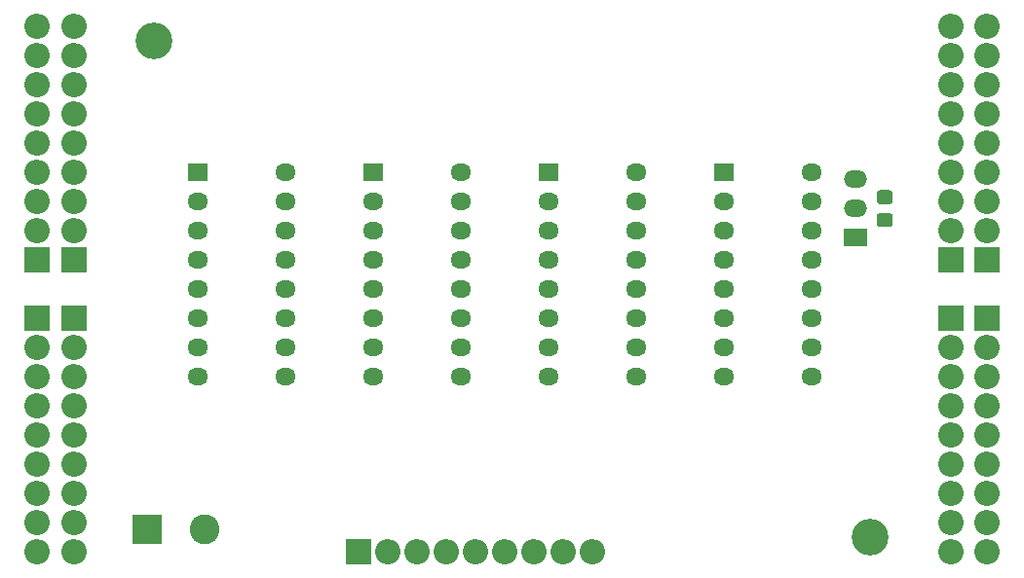
<source format=gbr>
%TF.GenerationSoftware,KiCad,Pcbnew,(5.1.8)-1*%
%TF.CreationDate,2022-10-09T15:02:05+03:00*%
%TF.ProjectId,MUX4x1,4d555834-7831-42e6-9b69-6361645f7063,rev?*%
%TF.SameCoordinates,Original*%
%TF.FileFunction,Soldermask,Bot*%
%TF.FilePolarity,Negative*%
%FSLAX46Y46*%
G04 Gerber Fmt 4.6, Leading zero omitted, Abs format (unit mm)*
G04 Created by KiCad (PCBNEW (5.1.8)-1) date 2022-10-09 15:02:05*
%MOMM*%
%LPD*%
G01*
G04 APERTURE LIST*
%ADD10O,2.200000X2.200000*%
%ADD11R,2.200000X2.200000*%
%ADD12O,1.800000X1.500000*%
%ADD13R,1.800000X1.500000*%
%ADD14O,2.000000X1.500000*%
%ADD15R,2.000000X1.500000*%
%ADD16C,3.200000*%
%ADD17R,2.600000X2.600000*%
%ADD18C,2.600000*%
G04 APERTURE END LIST*
D10*
%TO.C,J11*%
X156210000Y-60960000D03*
X156210000Y-63500000D03*
X156210000Y-66040000D03*
X156210000Y-68580000D03*
X156210000Y-71120000D03*
X156210000Y-73660000D03*
X156210000Y-76200000D03*
X156210000Y-78740000D03*
D11*
X156210000Y-81280000D03*
%TD*%
D10*
%TO.C,J10*%
X73660000Y-60960000D03*
X73660000Y-63500000D03*
X73660000Y-66040000D03*
X73660000Y-68580000D03*
X73660000Y-71120000D03*
X73660000Y-73660000D03*
X73660000Y-76200000D03*
X73660000Y-78740000D03*
D11*
X73660000Y-81280000D03*
%TD*%
D10*
%TO.C,J9*%
X156210000Y-106680000D03*
X156210000Y-104140000D03*
X156210000Y-101600000D03*
X156210000Y-99060000D03*
X156210000Y-96520000D03*
X156210000Y-93980000D03*
X156210000Y-91440000D03*
X156210000Y-88900000D03*
D11*
X156210000Y-86360000D03*
%TD*%
D10*
%TO.C,J8*%
X73660000Y-106680000D03*
X73660000Y-104140000D03*
X73660000Y-101600000D03*
X73660000Y-99060000D03*
X73660000Y-96520000D03*
X73660000Y-93980000D03*
X73660000Y-91440000D03*
X73660000Y-88900000D03*
D11*
X73660000Y-86360000D03*
%TD*%
D12*
%TO.C,U2*%
X110490000Y-73660000D03*
X102870000Y-91440000D03*
X110490000Y-76200000D03*
X102870000Y-88900000D03*
X110490000Y-78740000D03*
X102870000Y-86360000D03*
X110490000Y-81280000D03*
X102870000Y-83820000D03*
X110490000Y-83820000D03*
X102870000Y-81280000D03*
X110490000Y-86360000D03*
X102870000Y-78740000D03*
X110490000Y-88900000D03*
X102870000Y-76200000D03*
X110490000Y-91440000D03*
D13*
X102870000Y-73660000D03*
%TD*%
%TO.C,R1*%
G36*
G01*
X146869999Y-77235000D02*
X147770001Y-77235000D01*
G75*
G02*
X148020000Y-77484999I0J-249999D01*
G01*
X148020000Y-78185001D01*
G75*
G02*
X147770001Y-78435000I-249999J0D01*
G01*
X146869999Y-78435000D01*
G75*
G02*
X146620000Y-78185001I0J249999D01*
G01*
X146620000Y-77484999D01*
G75*
G02*
X146869999Y-77235000I249999J0D01*
G01*
G37*
G36*
G01*
X146869999Y-75235000D02*
X147770001Y-75235000D01*
G75*
G02*
X148020000Y-75484999I0J-249999D01*
G01*
X148020000Y-76185001D01*
G75*
G02*
X147770001Y-76435000I-249999J0D01*
G01*
X146869999Y-76435000D01*
G75*
G02*
X146620000Y-76185001I0J249999D01*
G01*
X146620000Y-75484999D01*
G75*
G02*
X146869999Y-75235000I249999J0D01*
G01*
G37*
%TD*%
D14*
%TO.C,J7*%
X144780000Y-74295000D03*
X144780000Y-76835000D03*
D15*
X144780000Y-79375000D03*
%TD*%
D16*
%TO.C,H1*%
X83820000Y-62230000D03*
%TD*%
%TO.C,H2*%
X146050000Y-105410000D03*
%TD*%
D17*
%TO.C,J1*%
X83185000Y-104775000D03*
D18*
X88185000Y-104775000D03*
%TD*%
D11*
%TO.C,J2*%
X76835000Y-86360000D03*
D10*
X76835000Y-88900000D03*
X76835000Y-91440000D03*
X76835000Y-93980000D03*
X76835000Y-96520000D03*
X76835000Y-99060000D03*
X76835000Y-101600000D03*
X76835000Y-104140000D03*
X76835000Y-106680000D03*
%TD*%
%TO.C,J3*%
X153035000Y-106680000D03*
X153035000Y-104140000D03*
X153035000Y-101600000D03*
X153035000Y-99060000D03*
X153035000Y-96520000D03*
X153035000Y-93980000D03*
X153035000Y-91440000D03*
X153035000Y-88900000D03*
D11*
X153035000Y-86360000D03*
%TD*%
%TO.C,J4*%
X76835000Y-81280000D03*
D10*
X76835000Y-78740000D03*
X76835000Y-76200000D03*
X76835000Y-73660000D03*
X76835000Y-71120000D03*
X76835000Y-68580000D03*
X76835000Y-66040000D03*
X76835000Y-63500000D03*
X76835000Y-60960000D03*
%TD*%
%TO.C,J5*%
X153035000Y-60960000D03*
X153035000Y-63500000D03*
X153035000Y-66040000D03*
X153035000Y-68580000D03*
X153035000Y-71120000D03*
X153035000Y-73660000D03*
X153035000Y-76200000D03*
X153035000Y-78740000D03*
D11*
X153035000Y-81280000D03*
%TD*%
%TO.C,J6*%
X101600000Y-106680000D03*
D10*
X104140000Y-106680000D03*
X106680000Y-106680000D03*
X109220000Y-106680000D03*
X111760000Y-106680000D03*
X114300000Y-106680000D03*
X116840000Y-106680000D03*
X119380000Y-106680000D03*
X121920000Y-106680000D03*
%TD*%
D13*
%TO.C,U1*%
X87630000Y-73660000D03*
D12*
X95250000Y-91440000D03*
X87630000Y-76200000D03*
X95250000Y-88900000D03*
X87630000Y-78740000D03*
X95250000Y-86360000D03*
X87630000Y-81280000D03*
X95250000Y-83820000D03*
X87630000Y-83820000D03*
X95250000Y-81280000D03*
X87630000Y-86360000D03*
X95250000Y-78740000D03*
X87630000Y-88900000D03*
X95250000Y-76200000D03*
X87630000Y-91440000D03*
X95250000Y-73660000D03*
%TD*%
D13*
%TO.C,U3*%
X118110000Y-73660000D03*
D12*
X125730000Y-91440000D03*
X118110000Y-76200000D03*
X125730000Y-88900000D03*
X118110000Y-78740000D03*
X125730000Y-86360000D03*
X118110000Y-81280000D03*
X125730000Y-83820000D03*
X118110000Y-83820000D03*
X125730000Y-81280000D03*
X118110000Y-86360000D03*
X125730000Y-78740000D03*
X118110000Y-88900000D03*
X125730000Y-76200000D03*
X118110000Y-91440000D03*
X125730000Y-73660000D03*
%TD*%
%TO.C,U4*%
X140970000Y-73660000D03*
X133350000Y-91440000D03*
X140970000Y-76200000D03*
X133350000Y-88900000D03*
X140970000Y-78740000D03*
X133350000Y-86360000D03*
X140970000Y-81280000D03*
X133350000Y-83820000D03*
X140970000Y-83820000D03*
X133350000Y-81280000D03*
X140970000Y-86360000D03*
X133350000Y-78740000D03*
X140970000Y-88900000D03*
X133350000Y-76200000D03*
X140970000Y-91440000D03*
D13*
X133350000Y-73660000D03*
%TD*%
M02*

</source>
